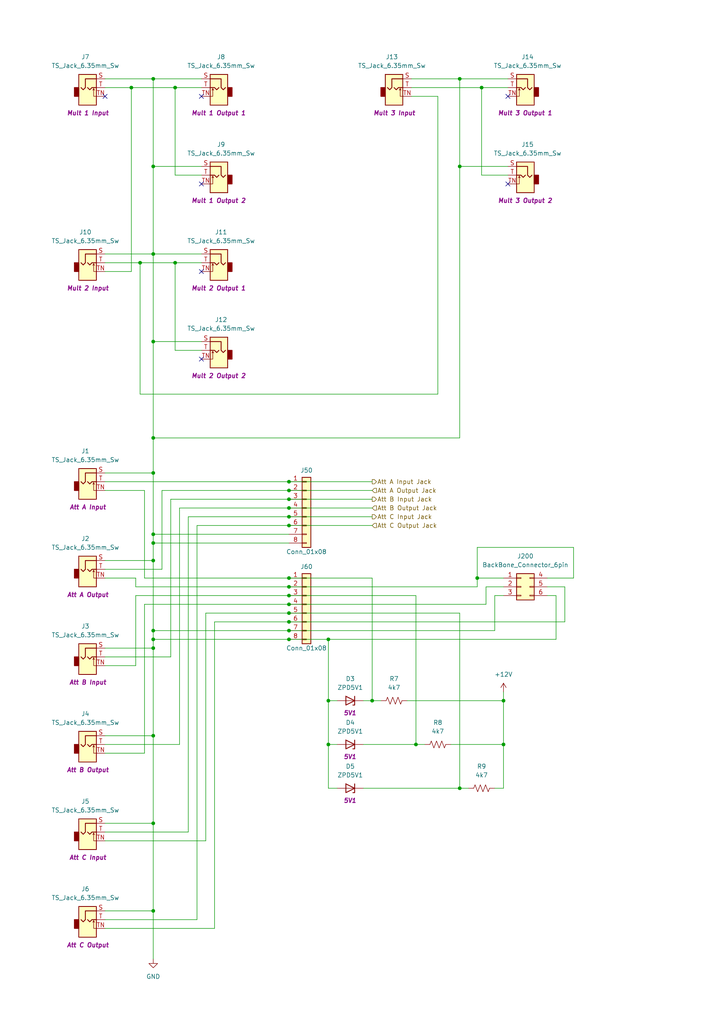
<source format=kicad_sch>
(kicad_sch (version 20250114) (generator "eeschema") (generator_version "9.0")
  (paper "A4" portrait)
  (title_block (company "DMH Instruments") (comment 1 "PCB for 5 cm Kosmo format synthesizer module"))
  (lib_symbols
    (symbol "Connector_Generic:Conn_01x08" (pin_names (offset 1.016) (hide yes))
      (property "Reference" "J" (at 0 10.16 0))
      (property "Value" "Conn_01x08" (at 0 -12.7 0))
      (symbol "Conn_01x08_1_1"
        (rectangle (start -1.27 8.89) (end 1.27 -11.43) (stroke (width 0.254)) (fill (type background)))
        (rectangle (start -1.27 7.747) (end 0 7.493) (stroke (width 0.1524)))
        (rectangle (start -1.27 5.207) (end 0 4.953) (stroke (width 0.1524)))
        (rectangle (start -1.27 2.667) (end 0 2.413) (stroke (width 0.1524)))
        (rectangle (start -1.27 0.127) (end 0 -0.127) (stroke (width 0.1524)))
        (rectangle (start -1.27 -2.413) (end 0 -2.667) (stroke (width 0.1524)))
        (rectangle (start -1.27 -4.953) (end 0 -5.207) (stroke (width 0.1524)))
        (rectangle (start -1.27 -7.493) (end 0 -7.747) (stroke (width 0.1524)))
        (rectangle (start -1.27 -10.033) (end 0 -10.287) (stroke (width 0.1524)))
        (pin passive line (at -5.08 7.62 0) (length 3.81) (name "Pin_1") (number "1"))
        (pin passive line (at -5.08 5.08 0) (length 3.81) (name "Pin_2") (number "2"))
        (pin passive line (at -5.08 2.54 0) (length 3.81) (name "Pin_3") (number "3"))
        (pin passive line (at -5.08 0 0) (length 3.81) (name "Pin_4") (number "4"))
        (pin passive line (at -5.08 -2.54 0) (length 3.81) (name "Pin_5") (number "5"))
        (pin passive line (at -5.08 -5.08 0) (length 3.81) (name "Pin_6") (number "6"))
        (pin passive line (at -5.08 -7.62 0) (length 3.81) (name "Pin_7") (number "7"))
        (pin passive line (at -5.08 -10.16 0) (length 3.81) (name "Pin_8") (number "8"))
      )
    )
    (symbol "Device:R_US" (pin_numbers (hide yes)) (pin_names (offset 0))
      (property "Reference" "R" (at 2.54 0 90))
      (property "Value" "R_US" (at -2.54 0 90))
      (symbol "R_US_0_1"
        (polyline (pts (xy 0 2.286) (xy 0 2.54)))
        (polyline (pts (xy 0 2.286) (xy 1.016 1.905) (xy 0 1.524) (xy -1.016 1.143) (xy 0 0.762)))
        (polyline (pts (xy 0 0.762) (xy 1.016 0.381) (xy 0 0) (xy -1.016 -0.381) (xy 0 -0.762)))
        (polyline (pts (xy 0 -0.762) (xy 1.016 -1.143) (xy 0 -1.524) (xy -1.016 -1.905) (xy 0 -2.286)))
        (polyline (pts (xy 0 -2.286) (xy 0 -2.54)))
      )
      (symbol "R_US_1_1"
        (pin passive line (at 0 3.81 270) (length 1.27) (name "~") (number "1"))
        (pin passive line (at 0 -3.81 90) (length 1.27) (name "~") (number "2"))
      )
    )
    (symbol "Diode:ZPDxx" (pin_numbers (hide yes)) (pin_names (hide yes))
      (property "Reference" "D" (at 0 2.54 0))
      (property "Value" "ZPDxx" (at 0 -2.54 0))
      (symbol "ZPDxx_0_1"
        (polyline (pts (xy -1.27 -1.27) (xy -1.27 1.27) (xy -0.762 1.27)) (stroke (width 0.254)))
        (polyline (pts (xy 1.27 0) (xy -1.27 0)))
        (polyline (pts (xy 1.27 -1.27) (xy 1.27 1.27) (xy -1.27 0) (xy 1.27 -1.27)) (stroke (width 0.254)))
      )
      (symbol "ZPDxx_1_1"
        (pin passive line (at -3.81 0 0) (length 2.54) (name "K") (number "1"))
        (pin passive line (at 3.81 0 180) (length 2.54) (name "A") (number "2"))
      )
    )
    (symbol "SynthStuff:BackBone_Connector_6pin" (pin_names (offset 1.016) (hide yes))
      (property "Reference" "J" (at 1.27 5.08 0))
      (property "Value" "BackBone_Connector_6pin" (at 1.27 -5.08 0))
      (symbol "BackBone_Connector_6pin_1_1"
        (rectangle (start -1.27 3.81) (end 3.81 -3.81) (stroke (width 0.254)) (fill (type background)))
        (rectangle (start -1.27 2.667) (end 0 2.413) (stroke (width 0.1524)))
        (rectangle (start -1.27 0.127) (end 0 -0.127) (stroke (width 0.1524)))
        (rectangle (start -1.27 -2.413) (end 0 -2.667) (stroke (width 0.1524)))
        (rectangle (start 3.81 2.667) (end 2.54 2.413) (stroke (width 0.1524)))
        (rectangle (start 3.81 0.127) (end 2.54 -0.127) (stroke (width 0.1524)))
        (rectangle (start 3.81 -2.413) (end 2.54 -2.667) (stroke (width 0.1524)))
        (pin passive line (at -5.08 2.54 0) (length 3.81) (name "Pin_1") (number "1"))
        (pin passive line (at -5.08 0 0) (length 3.81) (name "Pin_2") (number "2"))
        (pin passive line (at -5.08 -2.54 0) (length 3.81) (name "Pin_3") (number "3"))
        (pin passive line (at 7.62 2.54 180) (length 3.81) (name "Pin_4") (number "4"))
        (pin passive line (at 7.62 0 180) (length 3.81) (name "Pin_5") (number "5"))
        (pin passive line (at 7.62 -2.54 180) (length 3.81) (name "Pin_6") (number "6"))
      )
    )
    (symbol "SynthStuff:TS_Jack_6.35mm_Sw"
      (property "Reference" "J" (at -0.635 8.89 0))
      (property "Value" "TS_Jack_6.35mm_Sw" (at -0.635 6.35 0))
      (symbol "TS_Jack_6.35mm_Sw_0_1"
        (rectangle (start -2.54 0) (end -3.81 -2.54) (stroke (width 0.254)) (fill (type outline)))
        (polyline (pts (xy 0 0) (xy 0.635 -0.635) (xy 1.27 0) (xy 2.54 0)) (stroke (width 0.254)))
        (polyline (pts (xy 1.778 -0.254) (xy 2.032 -0.762)))
        (rectangle (start 2.54 3.81) (end -2.54 -5.08) (stroke (width 0.254)) (fill (type background)))
        (polyline (pts (xy 2.54 2.54) (xy -0.635 2.54) (xy -0.635 0) (xy -1.27 -0.635) (xy -1.905 0)) (stroke (width 0.254)))
        (polyline (pts (xy 2.54 -2.54) (xy 1.778 -2.54) (xy 1.778 -0.254) (xy 1.524 -0.762)))
      )
      (symbol "TS_Jack_6.35mm_Sw_1_1"
        (pin passive line (at 5.08 2.54 180) (length 2.54) (name "~") (number "S"))
        (pin passive line (at 5.08 0 180) (length 2.54) (name "~") (number "T"))
        (pin passive line (at 5.08 -2.54 180) (length 2.54) (name "~") (number "TN"))
      )
    )
    (symbol "power:+12V" (power) (pin_numbers (hide yes)) (pin_names (offset 0) (hide yes))
      (property "Value" "+12V" (at 0 3.556 0))
      (symbol "+12V_0_1"
        (polyline (pts (xy -0.762 1.27) (xy 0 2.54)))
        (polyline (pts (xy 0 2.54) (xy 0.762 1.27)))
        (polyline (pts (xy 0 0) (xy 0 2.54)))
      )
      (symbol "+12V_1_1"
        (pin power_in line (at 0 0 90) (length 0) (name "~") (number "1"))
      )
    )
    (symbol "power:GND" (power) (pin_numbers (hide yes)) (pin_names (offset 0) (hide yes))
      (property "Value" "GND" (at 0 -3.81 0))
      (symbol "GND_0_1"
        (polyline (pts (xy 0 0) (xy 0 -1.27) (xy 1.27 -1.27) (xy 0 -2.54) (xy -1.27 -1.27) (xy 0 -1.27)))
      )
      (symbol "GND_1_1"
        (pin power_in line (at 0 0 270) (length 0) (name "~") (number "1"))
      )
    )
  )
  (junction (at 44.45 22.86))
  (junction (at 95.25 215.9))
  (junction (at 50.8 76.2))
  (junction (at 95.25 203.2))
  (junction (at 44.45 185.42))
  (junction (at 83.82 177.8))
  (junction (at 83.82 149.86))
  (junction (at 83.82 170.18))
  (junction (at 120.65 215.9))
  (junction (at 107.95 203.2))
  (junction (at 83.82 185.42))
  (junction (at 44.45 187.96))
  (junction (at 83.82 175.26))
  (junction (at 83.82 139.7))
  (junction (at 139.7 25.4))
  (junction (at 38.1 25.4))
  (junction (at 146.05 203.2))
  (junction (at 83.82 142.24))
  (junction (at 44.45 48.26))
  (junction (at 83.82 144.78))
  (junction (at 95.25 185.42))
  (junction (at 44.45 238.76))
  (junction (at 83.82 182.88))
  (junction (at 133.35 228.6))
  (junction (at 146.05 215.9))
  (junction (at 44.45 99.06))
  (junction (at 83.82 172.72))
  (junction (at 44.45 213.36))
  (junction (at 44.45 264.16))
  (junction (at 44.45 162.56))
  (junction (at 133.35 48.26))
  (junction (at 50.8 25.4))
  (junction (at 83.82 167.64))
  (junction (at 44.45 182.88))
  (junction (at 44.45 73.66))
  (junction (at 44.45 127))
  (junction (at 133.35 22.86))
  (junction (at 44.45 157.48))
  (junction (at 83.82 180.34))
  (junction (at 83.82 152.4))
  (junction (at 44.45 137.16))
  (junction (at 40.64 76.2))
  (junction (at 138.43 167.64))
  (junction (at 44.45 154.94))
  (junction (at 83.82 147.32))
  (no_connect (at 58.42 78.74))
  (no_connect (at 58.42 53.34))
  (no_connect (at 147.32 27.94))
  (no_connect (at 30.48 27.94))
  (no_connect (at 58.42 27.94))
  (no_connect (at 58.42 104.14))
  (no_connect (at 147.32 53.34))
  (wire (pts (xy 44.45 137.16) (xy 44.45 154.94)))
  (wire (pts (xy 163.83 180.34) (xy 83.82 180.34)))
  (wire (pts (xy 30.48 73.66) (xy 44.45 73.66)))
  (wire (pts (xy 62.23 180.34) (xy 83.82 180.34)))
  (wire (pts (xy 30.48 264.16) (xy 44.45 264.16)))
  (wire (pts (xy 44.45 157.48) (xy 83.82 157.48)))
  (wire (pts (xy 97.79 228.6) (xy 95.25 228.6)))
  (wire (pts (xy 138.43 167.64) (xy 138.43 158.75)))
  (wire (pts (xy 30.48 213.36) (xy 44.45 213.36)))
  (wire (pts (xy 158.75 172.72) (xy 161.29 172.72)))
  (wire (pts (xy 83.82 142.24) (xy 107.95 142.24)))
  (wire (pts (xy 30.48 243.84) (xy 59.69 243.84)))
  (wire (pts (xy 30.48 25.4) (xy 38.1 25.4)))
  (wire (pts (xy 97.79 215.9) (xy 95.25 215.9)))
  (wire (pts (xy 58.42 48.26) (xy 44.45 48.26)))
  (wire (pts (xy 83.82 175.26) (xy 140.97 175.26)))
  (wire (pts (xy 83.82 139.7) (xy 107.95 139.7)))
  (wire (pts (xy 44.45 154.94) (xy 44.45 157.48)))
  (wire (pts (xy 105.41 215.9) (xy 120.65 215.9)))
  (wire (pts (xy 41.91 167.64) (xy 83.82 167.64)))
  (wire (pts (xy 30.48 193.04) (xy 39.37 193.04)))
  (wire (pts (xy 120.65 215.9) (xy 123.19 215.9)))
  (wire (pts (xy 40.64 114.3) (xy 40.64 76.2)))
  (wire (pts (xy 44.45 185.42) (xy 83.82 185.42)))
  (wire (pts (xy 44.45 157.48) (xy 44.45 162.56)))
  (wire (pts (xy 30.48 76.2) (xy 40.64 76.2)))
  (wire (pts (xy 38.1 25.4) (xy 50.8 25.4)))
  (wire (pts (xy 54.61 149.86) (xy 83.82 149.86)))
  (wire (pts (xy 58.42 50.8) (xy 50.8 50.8)))
  (wire (pts (xy 44.45 154.94) (xy 83.82 154.94)))
  (wire (pts (xy 83.82 149.86) (xy 107.95 149.86)))
  (wire (pts (xy 44.45 73.66) (xy 44.45 48.26)))
  (wire (pts (xy 83.82 167.64) (xy 107.95 167.64)))
  (wire (pts (xy 46.99 142.24) (xy 46.99 165.1)))
  (wire (pts (xy 105.41 228.6) (xy 133.35 228.6)))
  (wire (pts (xy 57.15 266.7) (xy 57.15 152.4)))
  (wire (pts (xy 49.53 190.5) (xy 49.53 144.78)))
  (wire (pts (xy 54.61 241.3) (xy 54.61 149.86)))
  (wire (pts (xy 95.25 228.6) (xy 95.25 215.9)))
  (wire (pts (xy 50.8 101.6) (xy 50.8 76.2)))
  (wire (pts (xy 95.25 185.42) (xy 161.29 185.42)))
  (wire (pts (xy 30.48 190.5) (xy 49.53 190.5)))
  (wire (pts (xy 83.82 185.42) (xy 95.25 185.42)))
  (wire (pts (xy 105.41 203.2) (xy 107.95 203.2)))
  (wire (pts (xy 143.51 172.72) (xy 143.51 182.88)))
  (wire (pts (xy 95.25 215.9) (xy 95.25 203.2)))
  (wire (pts (xy 50.8 76.2) (xy 58.42 76.2)))
  (wire (pts (xy 147.32 50.8) (xy 139.7 50.8)))
  (wire (pts (xy 44.45 185.42) (xy 44.45 187.96)))
  (wire (pts (xy 138.43 170.18) (xy 138.43 167.64)))
  (wire (pts (xy 133.35 48.26) (xy 133.35 127)))
  (wire (pts (xy 44.45 213.36) (xy 44.45 238.76)))
  (wire (pts (xy 30.48 238.76) (xy 44.45 238.76)))
  (wire (pts (xy 44.45 48.26) (xy 44.45 22.86)))
  (wire (pts (xy 140.97 170.18) (xy 146.05 170.18)))
  (wire (pts (xy 44.45 264.16) (xy 44.45 278.13)))
  (wire (pts (xy 30.48 269.24) (xy 62.23 269.24)))
  (wire (pts (xy 133.35 22.86) (xy 147.32 22.86)))
  (wire (pts (xy 30.48 139.7) (xy 83.82 139.7)))
  (wire (pts (xy 146.05 203.2) (xy 146.05 200.66)))
  (wire (pts (xy 59.69 177.8) (xy 83.82 177.8)))
  (wire (pts (xy 44.45 99.06) (xy 44.45 127)))
  (wire (pts (xy 38.1 25.4) (xy 38.1 78.74)))
  (wire (pts (xy 44.45 99.06) (xy 44.45 73.66)))
  (wire (pts (xy 30.48 142.24) (xy 41.91 142.24)))
  (wire (pts (xy 140.97 175.26) (xy 140.97 170.18)))
  (wire (pts (xy 39.37 193.04) (xy 39.37 172.72)))
  (wire (pts (xy 30.48 165.1) (xy 46.99 165.1)))
  (wire (pts (xy 147.32 48.26) (xy 133.35 48.26)))
  (wire (pts (xy 163.83 170.18) (xy 158.75 170.18)))
  (wire (pts (xy 119.38 22.86) (xy 133.35 22.86)))
  (wire (pts (xy 30.48 22.86) (xy 44.45 22.86)))
  (wire (pts (xy 30.48 137.16) (xy 44.45 137.16)))
  (wire (pts (xy 59.69 243.84) (xy 59.69 177.8)))
  (wire (pts (xy 41.91 142.24) (xy 41.91 167.64)))
  (wire (pts (xy 62.23 269.24) (xy 62.23 180.34)))
  (wire (pts (xy 30.48 78.74) (xy 38.1 78.74)))
  (wire (pts (xy 146.05 228.6) (xy 146.05 215.9)))
  (wire (pts (xy 163.83 170.18) (xy 163.83 180.34)))
  (wire (pts (xy 49.53 144.78) (xy 83.82 144.78)))
  (wire (pts (xy 44.45 182.88) (xy 44.45 185.42)))
  (wire (pts (xy 52.07 215.9) (xy 52.07 147.32)))
  (wire (pts (xy 97.79 203.2) (xy 95.25 203.2)))
  (wire (pts (xy 46.99 142.24) (xy 83.82 142.24)))
  (wire (pts (xy 138.43 167.64) (xy 146.05 167.64)))
  (wire (pts (xy 44.45 238.76) (xy 44.45 264.16)))
  (wire (pts (xy 83.82 182.88) (xy 143.51 182.88)))
  (wire (pts (xy 161.29 172.72) (xy 161.29 185.42)))
  (wire (pts (xy 166.37 158.75) (xy 166.37 167.64)))
  (wire (pts (xy 30.48 187.96) (xy 44.45 187.96)))
  (wire (pts (xy 107.95 203.2) (xy 110.49 203.2)))
  (wire (pts (xy 138.43 158.75) (xy 166.37 158.75)))
  (wire (pts (xy 40.64 76.2) (xy 50.8 76.2)))
  (wire (pts (xy 127 27.94) (xy 127 114.3)))
  (wire (pts (xy 83.82 144.78) (xy 107.95 144.78)))
  (wire (pts (xy 139.7 50.8) (xy 139.7 25.4)))
  (wire (pts (xy 58.42 73.66) (xy 44.45 73.66)))
  (wire (pts (xy 58.42 99.06) (xy 44.45 99.06)))
  (wire (pts (xy 44.45 162.56) (xy 44.45 182.88)))
  (wire (pts (xy 44.45 127) (xy 44.45 137.16)))
  (wire (pts (xy 83.82 152.4) (xy 107.95 152.4)))
  (wire (pts (xy 133.35 228.6) (xy 133.35 177.8)))
  (wire (pts (xy 133.35 228.6) (xy 135.89 228.6)))
  (wire (pts (xy 30.48 162.56) (xy 44.45 162.56)))
  (wire (pts (xy 95.25 185.42) (xy 95.25 203.2)))
  (wire (pts (xy 30.48 218.44) (xy 41.91 218.44)))
  (wire (pts (xy 120.65 215.9) (xy 120.65 172.72)))
  (wire (pts (xy 166.37 167.64) (xy 158.75 167.64)))
  (wire (pts (xy 143.51 172.72) (xy 146.05 172.72)))
  (wire (pts (xy 133.35 48.26) (xy 133.35 22.86)))
  (wire (pts (xy 57.15 152.4) (xy 83.82 152.4)))
  (wire (pts (xy 50.8 50.8) (xy 50.8 25.4)))
  (wire (pts (xy 119.38 25.4) (xy 139.7 25.4)))
  (wire (pts (xy 39.37 172.72) (xy 83.82 172.72)))
  (wire (pts (xy 119.38 27.94) (xy 127 27.94)))
  (wire (pts (xy 44.45 182.88) (xy 83.82 182.88)))
  (wire (pts (xy 120.65 172.72) (xy 83.82 172.72)))
  (wire (pts (xy 52.07 147.32) (xy 83.82 147.32)))
  (wire (pts (xy 143.51 228.6) (xy 146.05 228.6)))
  (wire (pts (xy 58.42 101.6) (xy 50.8 101.6)))
  (wire (pts (xy 83.82 170.18) (xy 138.43 170.18)))
  (wire (pts (xy 107.95 167.64) (xy 107.95 203.2)))
  (wire (pts (xy 41.91 218.44) (xy 41.91 175.26)))
  (wire (pts (xy 41.91 175.26) (xy 83.82 175.26)))
  (wire (pts (xy 83.82 147.32) (xy 107.95 147.32)))
  (wire (pts (xy 39.37 170.18) (xy 83.82 170.18)))
  (wire (pts (xy 30.48 266.7) (xy 57.15 266.7)))
  (wire (pts (xy 133.35 177.8) (xy 83.82 177.8)))
  (wire (pts (xy 139.7 25.4) (xy 147.32 25.4)))
  (wire (pts (xy 44.45 22.86) (xy 58.42 22.86)))
  (wire (pts (xy 30.48 215.9) (xy 52.07 215.9)))
  (wire (pts (xy 44.45 127) (xy 133.35 127)))
  (wire (pts (xy 39.37 167.64) (xy 39.37 170.18)))
  (wire (pts (xy 44.45 187.96) (xy 44.45 213.36)))
  (wire (pts (xy 146.05 215.9) (xy 146.05 203.2)))
  (wire (pts (xy 118.11 203.2) (xy 146.05 203.2)))
  (wire (pts (xy 50.8 25.4) (xy 58.42 25.4)))
  (wire (pts (xy 30.48 241.3) (xy 54.61 241.3)))
  (wire (pts (xy 130.81 215.9) (xy 146.05 215.9)))
  (wire (pts (xy 30.48 167.64) (xy 39.37 167.64)))
  (wire (pts (xy 40.64 114.3) (xy 127 114.3)))
  (hierarchical_label "Att C Input Jack" (shape output) (at 107.95 149.86 0))
  (hierarchical_label "Att B Input Jack" (shape output) (at 107.95 144.78 0))
  (hierarchical_label "Att A Input Jack" (shape output) (at 107.95 139.7 0))
  (hierarchical_label "Att B Output Jack" (shape input) (at 107.95 147.32 0))
  (hierarchical_label "Att C Output Jack" (shape input) (at 107.95 152.4 0))
  (hierarchical_label "Att A Output Jack" (shape input) (at 107.95 142.24 0))
  (symbol (lib_id "SynthStuff:TS_Jack_6.35mm_Sw") (at 25.4 139.7 0) (unit 1)
    (property "Reference" "J1" (at 24.765 130.81 0))
    (property "Value" "TS_Jack_6.35mm_Sw" (at 24.765 133.35 0))
    (property "Footprint" "SynthStuff:CUI_MJ-63052A" (effects (hide yes)))
    (property "Description" "Audio Jack, 2 Poles (Mono / TS), Switched T Pole (Normalling), 6.35mm, 1/4inch" (effects (hide yes)))
    (property "Function" "Att A Input" (at 25.4 147.066 0) (effects (font (thickness 0.254) (bold yes) (italic yes))))
  )
  (symbol (lib_id "Device:R_US") (at 139.7 228.6 90) (unit 1) (on_board no)
    (property "Reference" "R9" (at 139.7 222.25 90))
    (property "Value" "4k7" (at 139.7 224.79 90))
    (property "Footprint" "Resistor_THT:R_Axial_DIN0207_L6.3mm_D2.5mm_P7.62mm_Horizontal" (effects (hide yes)))
    (property "Description" "Resistor, US symbol" (effects (hide yes)))
  )
  (symbol (lib_id "Connector_Generic:Conn_01x08") (at 88.9 147.32 0) (unit 1)
    (property "Reference" "J50" (at 87.122 136.398 0) (effects (justify left)))
    (property "Value" "Conn_01x08" (at 88.9 160.02 0))
    (property "Footprint" "Connector_PinSocket_2.54mm:PinSocket_1x08_P2.54mm_Vertical" (effects (hide yes)))
    (property "Description" "Generic connector, single row, 01x08, script generated (kicad-library-utils/schlib/autogen/connector/)" (effects (hide yes)))
  )
  (symbol (lib_id "power:GND") (at 44.45 278.13 0) (unit 1)
    (property "Reference" "#PWR03" (effects (hide yes)))
    (property "Value" "GND" (at 44.45 283.21 0))
    (property "Description" "Power symbol creates a global label with name \"GND\" , ground" (effects (hide yes)))
  )
  (symbol (lib_id "SynthStuff:TS_Jack_6.35mm_Sw") (at 25.4 190.5 0) (unit 1)
    (property "Reference" "J3" (at 24.765 181.61 0))
    (property "Value" "TS_Jack_6.35mm_Sw" (at 24.765 184.15 0))
    (property "Footprint" "SynthStuff:CUI_MJ-63052A" (effects (hide yes)))
    (property "Description" "Audio Jack, 2 Poles (Mono / TS), Switched T Pole (Normalling), 6.35mm, 1/4inch" (effects (hide yes)))
    (property "Function" "Att B Input" (at 25.4 197.866 0) (effects (font (thickness 0.254) (bold yes) (italic yes))))
  )
  (symbol (lib_id "Device:R_US") (at 114.3 203.2 90) (unit 1) (on_board no)
    (property "Reference" "R7" (at 114.3 196.85 90))
    (property "Value" "4k7" (at 114.3 199.39 90))
    (property "Footprint" "Resistor_THT:R_Axial_DIN0207_L6.3mm_D2.5mm_P7.62mm_Horizontal" (effects (hide yes)))
    (property "Description" "Resistor, US symbol" (effects (hide yes)))
  )
  (symbol (lib_id "Diode:ZPDxx") (at 101.6 203.2 180) (unit 1) (on_board no)
    (property "Reference" "D3" (at 101.6 196.85 0))
    (property "Value" "ZPD5V1" (at 101.6 199.39 0))
    (property "Footprint" "Diode_THT:D_DO-35_SOD27_P7.62mm_Horizontal" (effects (hide yes)))
    (property "Datasheet" "http://diotec.com/tl_files/diotec/files/pdf/datasheets/zpd1" (effects (hide yes)))
    (property "Description" "500mW Zener Diode, DO-35" (effects (hide yes)))
    (property "Function" "5V1" (at 101.6 206.756 0) (effects (font (thickness 0.254) (bold yes) (italic yes))))
  )
  (symbol (lib_id "SynthStuff:TS_Jack_6.35mm_Sw") (at 63.5 25.4 0) (mirror y) (unit 1)
    (property "Reference" "J8" (at 64.135 16.51 0))
    (property "Value" "TS_Jack_6.35mm_Sw" (at 64.135 19.05 0))
    (property "Footprint" "SynthStuff:CUI_MJ-63052A" (effects (hide yes)))
    (property "Description" "Audio Jack, 2 Poles (Mono / TS), Switched T Pole (Normalling), 6.35mm, 1/4inch" (effects (hide yes)))
    (property "Function" "Mult 1 Output 1" (at 63.5 32.766 0) (effects (font (thickness 0.254) (bold yes) (italic yes))))
  )
  (symbol (lib_id "SynthStuff:TS_Jack_6.35mm_Sw") (at 152.4 25.4 0) (mirror y) (unit 1)
    (property "Reference" "J14" (at 153.035 16.51 0))
    (property "Value" "TS_Jack_6.35mm_Sw" (at 153.035 19.05 0))
    (property "Footprint" "SynthStuff:CUI_MJ-63052A" (effects (hide yes)))
    (property "Description" "Audio Jack, 2 Poles (Mono / TS), Switched T Pole (Normalling), 6.35mm, 1/4inch" (effects (hide yes)))
    (property "Function" "Mult 3 Output 1" (at 152.4 32.766 0) (effects (font (thickness 0.254) (bold yes) (italic yes))))
  )
  (symbol (lib_id "SynthStuff:TS_Jack_6.35mm_Sw") (at 63.5 76.2 0) (mirror y) (unit 1)
    (property "Reference" "J11" (at 64.135 67.31 0))
    (property "Value" "TS_Jack_6.35mm_Sw" (at 64.135 69.85 0))
    (property "Footprint" "SynthStuff:CUI_MJ-63052A" (effects (hide yes)))
    (property "Description" "Audio Jack, 2 Poles (Mono / TS), Switched T Pole (Normalling), 6.35mm, 1/4inch" (effects (hide yes)))
    (property "Function" "Mult 2 Output 1" (at 63.5 83.566 0) (effects (font (thickness 0.254) (bold yes) (italic yes))))
  )
  (symbol (lib_id "SynthStuff:TS_Jack_6.35mm_Sw") (at 25.4 266.7 0) (unit 1)
    (property "Reference" "J6" (at 24.765 257.81 0))
    (property "Value" "TS_Jack_6.35mm_Sw" (at 24.765 260.35 0))
    (property "Footprint" "SynthStuff:CUI_MJ-63052A" (effects (hide yes)))
    (property "Description" "Audio Jack, 2 Poles (Mono / TS), Switched T Pole (Normalling), 6.35mm, 1/4inch" (effects (hide yes)))
    (property "Function" "Att C Output" (at 25.4 274.066 0) (effects (font (thickness 0.254) (bold yes) (italic yes))))
  )
  (symbol (lib_id "power:+12V") (at 146.05 200.66 0) (unit 1)
    (property "Reference" "#PWR04" (effects (hide yes)))
    (property "Value" "+12V" (at 146.05 195.58 0))
    (property "Description" "Power symbol creates a global label with name \"+12V\"" (effects (hide yes)))
  )
  (symbol (lib_id "SynthStuff:TS_Jack_6.35mm_Sw") (at 25.4 25.4 0) (unit 1)
    (property "Reference" "J7" (at 24.765 16.51 0))
    (property "Value" "TS_Jack_6.35mm_Sw" (at 24.765 19.05 0))
    (property "Footprint" "SynthStuff:CUI_MJ-63052A" (effects (hide yes)))
    (property "Description" "Audio Jack, 2 Poles (Mono / TS), Switched T Pole (Normalling), 6.35mm, 1/4inch" (effects (hide yes)))
    (property "Function" "Mult 1 Input" (at 25.4 32.766 0) (effects (font (thickness 0.254) (bold yes) (italic yes))))
  )
  (symbol (lib_id "SynthStuff:TS_Jack_6.35mm_Sw") (at 63.5 50.8 0) (mirror y) (unit 1)
    (property "Reference" "J9" (at 64.135 41.91 0))
    (property "Value" "TS_Jack_6.35mm_Sw" (at 64.135 44.45 0))
    (property "Footprint" "SynthStuff:CUI_MJ-63052A" (effects (hide yes)))
    (property "Description" "Audio Jack, 2 Poles (Mono / TS), Switched T Pole (Normalling), 6.35mm, 1/4inch" (effects (hide yes)))
    (property "Function" "Mult 1 Output 2" (at 63.5 58.166 0) (effects (font (thickness 0.254) (bold yes) (italic yes))))
  )
  (symbol (lib_id "SynthStuff:TS_Jack_6.35mm_Sw") (at 63.5 101.6 0) (mirror y) (unit 1)
    (property "Reference" "J12" (at 64.135 92.71 0))
    (property "Value" "TS_Jack_6.35mm_Sw" (at 64.135 95.25 0))
    (property "Footprint" "SynthStuff:CUI_MJ-63052A" (effects (hide yes)))
    (property "Description" "Audio Jack, 2 Poles (Mono / TS), Switched T Pole (Normalling), 6.35mm, 1/4inch" (effects (hide yes)))
    (property "Function" "Mult 2 Output 2" (at 63.5 108.966 0) (effects (font (thickness 0.254) (bold yes) (italic yes))))
  )
  (symbol (lib_id "Connector_Generic:Conn_01x08") (at 88.9 175.26 0) (unit 1)
    (property "Reference" "J60" (at 87.122 164.338 0) (effects (justify left)))
    (property "Value" "Conn_01x08" (at 88.9 187.96 0))
    (property "Footprint" "Connector_PinSocket_2.54mm:PinSocket_1x08_P2.54mm_Vertical" (effects (hide yes)))
    (property "Description" "Generic connector, single row, 01x08, script generated (kicad-library-utils/schlib/autogen/connector/)" (effects (hide yes)))
  )
  (symbol (lib_id "Device:R_US") (at 127 215.9 90) (unit 1) (on_board no)
    (property "Reference" "R8" (at 127 209.55 90))
    (property "Value" "4k7" (at 127 212.09 90))
    (property "Footprint" "Resistor_THT:R_Axial_DIN0207_L6.3mm_D2.5mm_P7.62mm_Horizontal" (effects (hide yes)))
    (property "Description" "Resistor, US symbol" (effects (hide yes)))
  )
  (symbol (lib_id "SynthStuff:BackBone_Connector_6pin") (at 151.13 170.18 0) (unit 1) (on_board no)
    (property "Reference" "J200" (at 152.4 161.29 0))
    (property "Value" "BackBone_Connector_6pin" (at 152.4 163.83 0))
    (property "Footprint" "SynthStuff:IDC-Header_2x03_P2.54mm_Vertical_BackBone" (effects (hide yes)))
    (property "Description" "Generic connector, double row, 02x03, top/bottom pin numbering scheme (row 1: 1...pins_per_row, row2: pins_per_row+1 ... num_pins), script generated (kicad-library-utils/schlib/autogen/connector/)" (effects (hide yes)))
  )
  (symbol (lib_id "SynthStuff:TS_Jack_6.35mm_Sw") (at 25.4 165.1 0) (unit 1)
    (property "Reference" "J2" (at 24.765 156.21 0))
    (property "Value" "TS_Jack_6.35mm_Sw" (at 24.765 158.75 0))
    (property "Footprint" "SynthStuff:CUI_MJ-63052A" (effects (hide yes)))
    (property "Description" "Audio Jack, 2 Poles (Mono / TS), Switched T Pole (Normalling), 6.35mm, 1/4inch" (effects (hide yes)))
    (property "Function" "Att A Output" (at 25.4 172.466 0) (effects (font (thickness 0.254) (bold yes) (italic yes))))
  )
  (symbol (lib_id "Diode:ZPDxx") (at 101.6 215.9 180) (unit 1) (on_board no)
    (property "Reference" "D4" (at 101.6 209.55 0))
    (property "Value" "ZPD5V1" (at 101.6 212.09 0))
    (property "Footprint" "Diode_THT:D_DO-35_SOD27_P7.62mm_Horizontal" (effects (hide yes)))
    (property "Datasheet" "http://diotec.com/tl_files/diotec/files/pdf/datasheets/zpd1" (effects (hide yes)))
    (property "Description" "500mW Zener Diode, DO-35" (effects (hide yes)))
    (property "Function" "5V1" (at 101.6 219.456 0) (effects (font (thickness 0.254) (bold yes) (italic yes))))
  )
  (symbol (lib_id "SynthStuff:TS_Jack_6.35mm_Sw") (at 25.4 215.9 0) (unit 1)
    (property "Reference" "J4" (at 24.765 207.01 0))
    (property "Value" "TS_Jack_6.35mm_Sw" (at 24.765 209.55 0))
    (property "Footprint" "SynthStuff:CUI_MJ-63052A" (effects (hide yes)))
    (property "Description" "Audio Jack, 2 Poles (Mono / TS), Switched T Pole (Normalling), 6.35mm, 1/4inch" (effects (hide yes)))
    (property "Function" "Att B Output" (at 25.4 223.266 0) (effects (font (thickness 0.254) (bold yes) (italic yes))))
  )
  (symbol (lib_id "Diode:ZPDxx") (at 101.6 228.6 180) (unit 1) (on_board no)
    (property "Reference" "D5" (at 101.6 222.25 0))
    (property "Value" "ZPD5V1" (at 101.6 224.79 0))
    (property "Footprint" "Diode_THT:D_DO-35_SOD27_P7.62mm_Horizontal" (effects (hide yes)))
    (property "Datasheet" "http://diotec.com/tl_files/diotec/files/pdf/datasheets/zpd1" (effects (hide yes)))
    (property "Description" "500mW Zener Diode, DO-35" (effects (hide yes)))
    (property "Function" "5V1" (at 101.6 232.156 0) (effects (font (thickness 0.254) (bold yes) (italic yes))))
  )
  (symbol (lib_id "SynthStuff:TS_Jack_6.35mm_Sw") (at 114.3 25.4 0) (unit 1)
    (property "Reference" "J13" (at 113.665 16.51 0))
    (property "Value" "TS_Jack_6.35mm_Sw" (at 113.665 19.05 0))
    (property "Footprint" "SynthStuff:CUI_MJ-63052A" (effects (hide yes)))
    (property "Description" "Audio Jack, 2 Poles (Mono / TS), Switched T Pole (Normalling), 6.35mm, 1/4inch" (effects (hide yes)))
    (property "Function" "Mult 3 Input" (at 114.3 32.766 0) (effects (font (thickness 0.254) (bold yes) (italic yes))))
  )
  (symbol (lib_id "SynthStuff:TS_Jack_6.35mm_Sw") (at 25.4 76.2 0) (unit 1)
    (property "Reference" "J10" (at 24.765 67.31 0))
    (property "Value" "TS_Jack_6.35mm_Sw" (at 24.765 69.85 0))
    (property "Footprint" "SynthStuff:CUI_MJ-63052A" (effects (hide yes)))
    (property "Description" "Audio Jack, 2 Poles (Mono / TS), Switched T Pole (Normalling), 6.35mm, 1/4inch" (effects (hide yes)))
    (property "Function" "Mult 2 Input" (at 25.4 83.566 0) (effects (font (thickness 0.254) (bold yes) (italic yes))))
  )
  (symbol (lib_id "SynthStuff:TS_Jack_6.35mm_Sw") (at 152.4 50.8 0) (mirror y) (unit 1)
    (property "Reference" "J15" (at 153.035 41.91 0))
    (property "Value" "TS_Jack_6.35mm_Sw" (at 153.035 44.45 0))
    (property "Footprint" "SynthStuff:CUI_MJ-63052A" (effects (hide yes)))
    (property "Description" "Audio Jack, 2 Poles (Mono / TS), Switched T Pole (Normalling), 6.35mm, 1/4inch" (effects (hide yes)))
    (property "Function" "Mult 3 Output 2" (at 152.4 58.166 0) (effects (font (thickness 0.254) (bold yes) (italic yes))))
  )
  (symbol (lib_id "SynthStuff:TS_Jack_6.35mm_Sw") (at 25.4 241.3 0) (unit 1)
    (property "Reference" "J5" (at 24.765 232.41 0))
    (property "Value" "TS_Jack_6.35mm_Sw" (at 24.765 234.95 0))
    (property "Footprint" "SynthStuff:CUI_MJ-63052A" (effects (hide yes)))
    (property "Description" "Audio Jack, 2 Poles (Mono / TS), Switched T Pole (Normalling), 6.35mm, 1/4inch" (effects (hide yes)))
    (property "Function" "Att C Input" (at 25.4 248.666 0) (effects (font (thickness 0.254) (bold yes) (italic yes))))
  )
)
</source>
